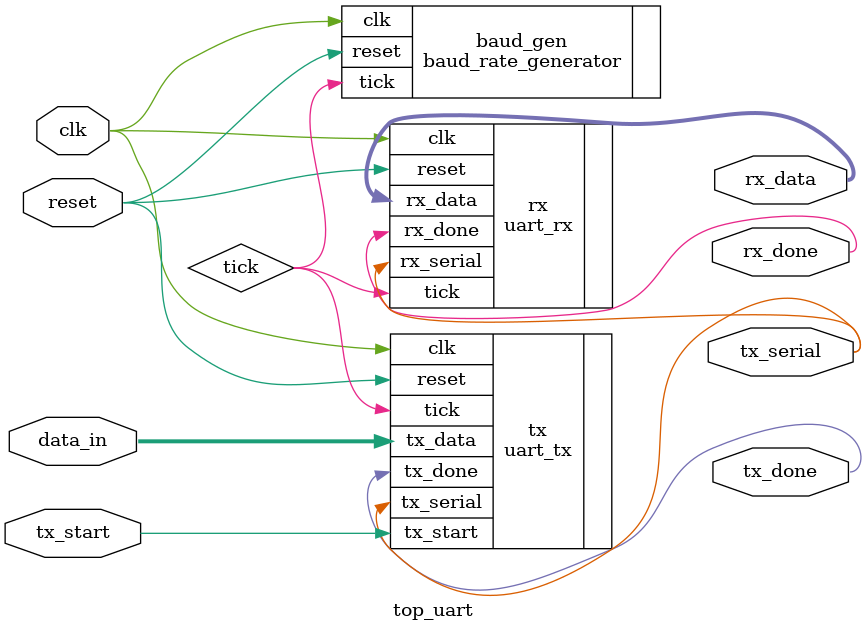
<source format=v>
`timescale 1ns / 1ps


module top_uart (
    input  wire       clk,
    input  wire       reset,
    input  wire       tx_start,
    input  wire [7:0] data_in,
    output wire       tx_serial,
    output wire       tx_done,
    output wire       rx_done,
    output wire [7:0] rx_data
);

    wire tick;

    baud_rate_generator #(
        .CLK_FREQ(50_000_000),
        .BAUD_RATE(115200)
    ) baud_gen (
        .clk(clk),
        .reset(reset),
        .tick(tick)
    );

    uart_tx tx (
        .clk(clk),
        .reset(reset),
        .tx_start(tx_start),
        .tick(tick),
        .tx_data(data_in),
        .tx_serial(tx_serial),
        .tx_done(tx_done)
    );

    uart_rx rx (
        .clk(clk),
        .reset(reset),
        .rx_serial(tx_serial),
        .tick(tick),
        .rx_data(rx_data),
        .rx_done(rx_done)
    );
endmodule

</source>
